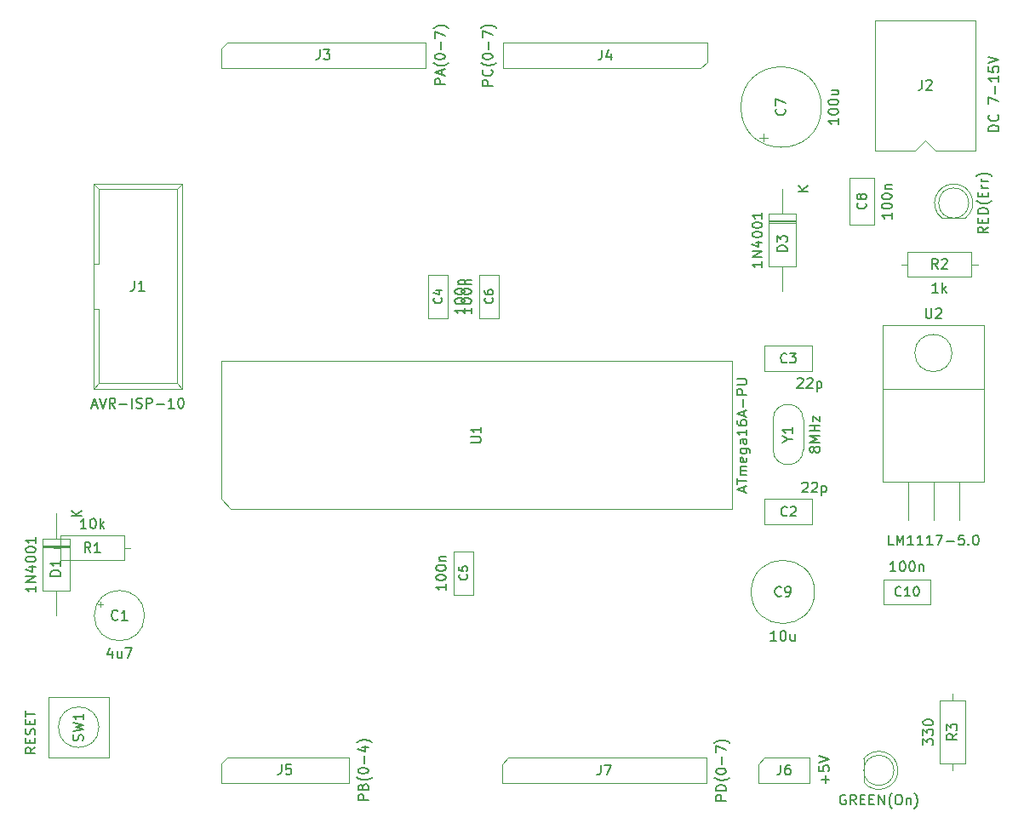
<source format=gbr>
G04 #@! TF.GenerationSoftware,KiCad,Pcbnew,5.1.4-3.fc30*
G04 #@! TF.CreationDate,2019-09-19T02:18:24+02:00*
G04 #@! TF.ProjectId,avr_dev_board_atmega16,6176725f-6465-4765-9f62-6f6172645f61,1_0*
G04 #@! TF.SameCoordinates,Original*
G04 #@! TF.FileFunction,Other,Fab,Top*
%FSLAX46Y46*%
G04 Gerber Fmt 4.6, Leading zero omitted, Abs format (unit mm)*
G04 Created by KiCad (PCBNEW 5.1.4-3.fc30) date 2019-09-19 02:18:24*
%MOMM*%
%LPD*%
G04 APERTURE LIST*
%ADD10C,0.100000*%
%ADD11C,0.150000*%
%ADD12C,0.141000*%
%ADD13C,0.129000*%
G04 APERTURE END LIST*
D10*
X135603000Y-93406000D02*
X135603000Y-97216000D01*
X133063000Y-93406000D02*
X133063000Y-97216000D01*
X130523000Y-93406000D02*
X130523000Y-97216000D01*
X138063000Y-93406000D02*
X128063000Y-93406000D01*
X138063000Y-84156000D02*
X138063000Y-93406000D01*
X128063000Y-84156000D02*
X138063000Y-84156000D01*
X128063000Y-93406000D02*
X128063000Y-84156000D01*
X138063000Y-84156000D02*
X128063000Y-84156000D01*
X138063000Y-77756000D02*
X138063000Y-84156000D01*
X128063000Y-77756000D02*
X138063000Y-77756000D01*
X128063000Y-84156000D02*
X128063000Y-77756000D01*
X134913000Y-80556000D02*
G75*
G03X134913000Y-80556000I-1850000J0D01*
G01*
X134948000Y-122075000D02*
X134948000Y-121415000D01*
X134948000Y-114455000D02*
X134948000Y-115115000D01*
X136198000Y-121415000D02*
X136198000Y-115115000D01*
X133698000Y-121415000D02*
X136198000Y-121415000D01*
X133698000Y-115115000D02*
X133698000Y-121415000D01*
X136198000Y-115115000D02*
X133698000Y-115115000D01*
X137472000Y-71737200D02*
X136812000Y-71737200D01*
X129852000Y-71737200D02*
X130512000Y-71737200D01*
X136812000Y-70487200D02*
X130512000Y-70487200D01*
X136812000Y-72987200D02*
X136812000Y-70487200D01*
X130512000Y-72987200D02*
X136812000Y-72987200D01*
X130512000Y-70487200D02*
X130512000Y-72987200D01*
X45593000Y-99936300D02*
X46253000Y-99936300D01*
X53213000Y-99936300D02*
X52553000Y-99936300D01*
X46253000Y-101186300D02*
X52553000Y-101186300D01*
X46253000Y-98686300D02*
X46253000Y-101186300D01*
X52553000Y-98686300D02*
X46253000Y-98686300D01*
X52553000Y-101186300D02*
X52553000Y-98686300D01*
X137265000Y-47436000D02*
X137265000Y-60436000D01*
X127265000Y-47436000D02*
X137265000Y-47436000D01*
X127265000Y-60436000D02*
X127265000Y-47436000D01*
X131265000Y-60436000D02*
X127265000Y-60436000D01*
X132265000Y-59436000D02*
X131265000Y-60436000D01*
X133265000Y-60436000D02*
X132265000Y-59436000D01*
X137265000Y-60436000D02*
X133265000Y-60436000D01*
X126138000Y-120908810D02*
X126138000Y-123241190D01*
X129138000Y-122075000D02*
G75*
G03X129138000Y-122075000I-1500000J0D01*
G01*
X126137445Y-123240476D02*
G75*
G03X126138000Y-120908810I1500555J1165476D01*
G01*
X119402000Y-67386400D02*
X116702000Y-67386400D01*
X119402000Y-67586400D02*
X116702000Y-67586400D01*
X119402000Y-67486400D02*
X116702000Y-67486400D01*
X118052000Y-74386400D02*
X118052000Y-71906400D01*
X118052000Y-64226400D02*
X118052000Y-66706400D01*
X119402000Y-71906400D02*
X119402000Y-66706400D01*
X116702000Y-71906400D02*
X119402000Y-71906400D01*
X116702000Y-66706400D02*
X116702000Y-71906400D01*
X119402000Y-66706400D02*
X116702000Y-66706400D01*
X133915810Y-67138700D02*
X136248190Y-67138700D01*
X136582000Y-65638700D02*
G75*
G03X136582000Y-65638700I-1500000J0D01*
G01*
X136247476Y-67139255D02*
G75*
G03X133915810Y-67138700I-1165476J1500555D01*
G01*
X128089000Y-105575000D02*
X132789000Y-105575000D01*
X128089000Y-103075000D02*
X128089000Y-105575000D01*
X132789000Y-103075000D02*
X128089000Y-103075000D01*
X132789000Y-105575000D02*
X132789000Y-103075000D01*
X121243000Y-104325000D02*
G75*
G03X121243000Y-104325000I-3150000J0D01*
G01*
X124714000Y-63130600D02*
X124714000Y-67830600D01*
X127214000Y-63130600D02*
X124714000Y-63130600D01*
X127214000Y-67830600D02*
X127214000Y-63130600D01*
X124714000Y-67830600D02*
X127214000Y-67830600D01*
X115772500Y-59119459D02*
X116572500Y-59119459D01*
X116172500Y-59519459D02*
X116172500Y-58719459D01*
X121920000Y-56092700D02*
G75*
G03X121920000Y-56092700I-4000000J0D01*
G01*
X120116000Y-87164600D02*
G75*
G03X117116000Y-87164600I-1500000J0D01*
G01*
X120116000Y-90164600D02*
G75*
G02X117116000Y-90164600I-1500000J0D01*
G01*
X120116000Y-87164600D02*
G75*
G03X117116000Y-87164600I-1500000J0D01*
G01*
X120116000Y-90164600D02*
G75*
G02X117116000Y-90164600I-1500000J0D01*
G01*
X120116000Y-90164600D02*
X120116000Y-87164600D01*
X117116000Y-90164600D02*
X117116000Y-87164600D01*
X120116000Y-90164600D02*
X120116000Y-87164600D01*
X117116000Y-90164600D02*
X117116000Y-87164600D01*
X120966000Y-79844600D02*
X116266000Y-79844600D01*
X120966000Y-82344600D02*
X120966000Y-79844600D01*
X116266000Y-82344600D02*
X120966000Y-82344600D01*
X116266000Y-79844600D02*
X116266000Y-82344600D01*
X120966000Y-95084600D02*
X116266000Y-95084600D01*
X120966000Y-97584600D02*
X120966000Y-95084600D01*
X116266000Y-97584600D02*
X120966000Y-97584600D01*
X116266000Y-95084600D02*
X116266000Y-97584600D01*
X49499200Y-84094000D02*
X50049200Y-83534000D01*
X49499200Y-63734000D02*
X50049200Y-64274000D01*
X58349200Y-84094000D02*
X57799200Y-83534000D01*
X58349200Y-63734000D02*
X57799200Y-64274000D01*
X57799200Y-83534000D02*
X50049200Y-83534000D01*
X58349200Y-84094000D02*
X49499200Y-84094000D01*
X57799200Y-64274000D02*
X50049200Y-64274000D01*
X58349200Y-63734000D02*
X49499200Y-63734000D01*
X50049200Y-76164000D02*
X49499200Y-76164000D01*
X50049200Y-71664000D02*
X49499200Y-71664000D01*
X50049200Y-76164000D02*
X50049200Y-83534000D01*
X50049200Y-64274000D02*
X50049200Y-71664000D01*
X49499200Y-63734000D02*
X49499200Y-84094000D01*
X57799200Y-64274000D02*
X57799200Y-83534000D01*
X58349200Y-63734000D02*
X58349200Y-84094000D01*
X120739000Y-123345000D02*
X115659000Y-123345000D01*
X120739000Y-120805000D02*
X120739000Y-123345000D01*
X116294000Y-120805000D02*
X120739000Y-120805000D01*
X115659000Y-121440000D02*
X116294000Y-120805000D01*
X115659000Y-123345000D02*
X115659000Y-121440000D01*
X110478900Y-123345000D02*
X90158900Y-123345000D01*
X110478900Y-120805000D02*
X110478900Y-123345000D01*
X90793900Y-120805000D02*
X110478900Y-120805000D01*
X90158900Y-121440000D02*
X90793900Y-120805000D01*
X90158900Y-123345000D02*
X90158900Y-121440000D01*
X90259000Y-49685400D02*
X110579000Y-49685400D01*
X90259000Y-52225400D02*
X90259000Y-49685400D01*
X109944000Y-52225400D02*
X90259000Y-52225400D01*
X110579000Y-51590400D02*
X109944000Y-52225400D01*
X110579000Y-49685400D02*
X110579000Y-51590400D01*
X82524600Y-52175400D02*
X62204600Y-52175400D01*
X82524600Y-49635400D02*
X82524600Y-52175400D01*
X62839600Y-49635400D02*
X82524600Y-49635400D01*
X62204600Y-50270400D02*
X62839600Y-49635400D01*
X62204600Y-52175400D02*
X62204600Y-50270400D01*
X74904600Y-123295000D02*
X62204600Y-123295000D01*
X74904600Y-120755000D02*
X74904600Y-123295000D01*
X62839600Y-120755000D02*
X74904600Y-120755000D01*
X62204600Y-121390000D02*
X62839600Y-120755000D01*
X62204600Y-123295000D02*
X62204600Y-121390000D01*
X50061764Y-117779000D02*
G75*
G03X50061764Y-117779000I-2015564J0D01*
G01*
X51046200Y-114779000D02*
X51046200Y-117779000D01*
X45046200Y-114779000D02*
X51046200Y-114779000D01*
X45046200Y-120779000D02*
X45046200Y-114779000D01*
X51046200Y-120779000D02*
X45046200Y-120779000D01*
X51046200Y-117779000D02*
X51046200Y-120779000D01*
X50217195Y-105342500D02*
X50217195Y-105842500D01*
X49967195Y-105592500D02*
X50467195Y-105592500D01*
X54600800Y-106680000D02*
G75*
G03X54600800Y-106680000I-2500000J0D01*
G01*
X82844600Y-72787000D02*
X82844600Y-77087000D01*
X84744600Y-72787000D02*
X82844600Y-72787000D01*
X84744600Y-77087000D02*
X84744600Y-72787000D01*
X82844600Y-77087000D02*
X84744600Y-77087000D01*
X87284600Y-104586800D02*
X87284600Y-100286800D01*
X85384600Y-104586800D02*
X87284600Y-104586800D01*
X85384600Y-100286800D02*
X85384600Y-104586800D01*
X87284600Y-100286800D02*
X85384600Y-100286800D01*
X89824600Y-77087000D02*
X89824600Y-72787000D01*
X87924600Y-77087000D02*
X89824600Y-77087000D01*
X87924600Y-72787000D02*
X87924600Y-77087000D01*
X89824600Y-72787000D02*
X87924600Y-72787000D01*
X47146200Y-99680000D02*
X44446200Y-99680000D01*
X47146200Y-99880000D02*
X44446200Y-99880000D01*
X47146200Y-99780000D02*
X44446200Y-99780000D01*
X45796200Y-106680000D02*
X45796200Y-104200000D01*
X45796200Y-96520000D02*
X45796200Y-99000000D01*
X47146200Y-104200000D02*
X47146200Y-99000000D01*
X44446200Y-104200000D02*
X47146200Y-104200000D01*
X44446200Y-99000000D02*
X44446200Y-104200000D01*
X47146200Y-99000000D02*
X44446200Y-99000000D01*
X63204600Y-96079600D02*
X62204600Y-95079600D01*
X113004600Y-96079600D02*
X63204600Y-96079600D01*
X113004600Y-81349600D02*
X113004600Y-96079600D01*
X62204600Y-81349600D02*
X113004600Y-81349600D01*
X62204600Y-95079600D02*
X62204600Y-81349600D01*
D11*
X129086809Y-99668380D02*
X128610619Y-99668380D01*
X128610619Y-98668380D01*
X129420142Y-99668380D02*
X129420142Y-98668380D01*
X129753476Y-99382666D01*
X130086809Y-98668380D01*
X130086809Y-99668380D01*
X131086809Y-99668380D02*
X130515380Y-99668380D01*
X130801095Y-99668380D02*
X130801095Y-98668380D01*
X130705857Y-98811238D01*
X130610619Y-98906476D01*
X130515380Y-98954095D01*
X132039190Y-99668380D02*
X131467761Y-99668380D01*
X131753476Y-99668380D02*
X131753476Y-98668380D01*
X131658238Y-98811238D01*
X131563000Y-98906476D01*
X131467761Y-98954095D01*
X132991571Y-99668380D02*
X132420142Y-99668380D01*
X132705857Y-99668380D02*
X132705857Y-98668380D01*
X132610619Y-98811238D01*
X132515380Y-98906476D01*
X132420142Y-98954095D01*
X133324904Y-98668380D02*
X133991571Y-98668380D01*
X133563000Y-99668380D01*
X134372523Y-99287428D02*
X135134428Y-99287428D01*
X136086809Y-98668380D02*
X135610619Y-98668380D01*
X135563000Y-99144571D01*
X135610619Y-99096952D01*
X135705857Y-99049333D01*
X135943952Y-99049333D01*
X136039190Y-99096952D01*
X136086809Y-99144571D01*
X136134428Y-99239809D01*
X136134428Y-99477904D01*
X136086809Y-99573142D01*
X136039190Y-99620761D01*
X135943952Y-99668380D01*
X135705857Y-99668380D01*
X135610619Y-99620761D01*
X135563000Y-99573142D01*
X136563000Y-99573142D02*
X136610619Y-99620761D01*
X136563000Y-99668380D01*
X136515380Y-99620761D01*
X136563000Y-99573142D01*
X136563000Y-99668380D01*
X137229666Y-98668380D02*
X137324904Y-98668380D01*
X137420142Y-98716000D01*
X137467761Y-98763619D01*
X137515380Y-98858857D01*
X137563000Y-99049333D01*
X137563000Y-99287428D01*
X137515380Y-99477904D01*
X137467761Y-99573142D01*
X137420142Y-99620761D01*
X137324904Y-99668380D01*
X137229666Y-99668380D01*
X137134428Y-99620761D01*
X137086809Y-99573142D01*
X137039190Y-99477904D01*
X136991571Y-99287428D01*
X136991571Y-99049333D01*
X137039190Y-98858857D01*
X137086809Y-98763619D01*
X137134428Y-98716000D01*
X137229666Y-98668380D01*
X132301095Y-76088380D02*
X132301095Y-76897904D01*
X132348714Y-76993142D01*
X132396333Y-77040761D01*
X132491571Y-77088380D01*
X132682047Y-77088380D01*
X132777285Y-77040761D01*
X132824904Y-76993142D01*
X132872523Y-76897904D01*
X132872523Y-76088380D01*
X133301095Y-76183619D02*
X133348714Y-76136000D01*
X133443952Y-76088380D01*
X133682047Y-76088380D01*
X133777285Y-76136000D01*
X133824904Y-76183619D01*
X133872523Y-76278857D01*
X133872523Y-76374095D01*
X133824904Y-76516952D01*
X133253476Y-77088380D01*
X133872523Y-77088380D01*
X132030380Y-119550714D02*
X132030380Y-118931666D01*
X132411333Y-119265000D01*
X132411333Y-119122142D01*
X132458952Y-119026904D01*
X132506571Y-118979285D01*
X132601809Y-118931666D01*
X132839904Y-118931666D01*
X132935142Y-118979285D01*
X132982761Y-119026904D01*
X133030380Y-119122142D01*
X133030380Y-119407857D01*
X132982761Y-119503095D01*
X132935142Y-119550714D01*
X132030380Y-118598333D02*
X132030380Y-117979285D01*
X132411333Y-118312619D01*
X132411333Y-118169761D01*
X132458952Y-118074523D01*
X132506571Y-118026904D01*
X132601809Y-117979285D01*
X132839904Y-117979285D01*
X132935142Y-118026904D01*
X132982761Y-118074523D01*
X133030380Y-118169761D01*
X133030380Y-118455476D01*
X132982761Y-118550714D01*
X132935142Y-118598333D01*
X132030380Y-117360238D02*
X132030380Y-117265000D01*
X132078000Y-117169761D01*
X132125619Y-117122142D01*
X132220857Y-117074523D01*
X132411333Y-117026904D01*
X132649428Y-117026904D01*
X132839904Y-117074523D01*
X132935142Y-117122142D01*
X132982761Y-117169761D01*
X133030380Y-117265000D01*
X133030380Y-117360238D01*
X132982761Y-117455476D01*
X132935142Y-117503095D01*
X132839904Y-117550714D01*
X132649428Y-117598333D01*
X132411333Y-117598333D01*
X132220857Y-117550714D01*
X132125619Y-117503095D01*
X132078000Y-117455476D01*
X132030380Y-117360238D01*
X135400380Y-118431666D02*
X134924190Y-118765000D01*
X135400380Y-119003095D02*
X134400380Y-119003095D01*
X134400380Y-118622142D01*
X134448000Y-118526904D01*
X134495619Y-118479285D01*
X134590857Y-118431666D01*
X134733714Y-118431666D01*
X134828952Y-118479285D01*
X134876571Y-118526904D01*
X134924190Y-118622142D01*
X134924190Y-119003095D01*
X134400380Y-118098333D02*
X134400380Y-117479285D01*
X134781333Y-117812619D01*
X134781333Y-117669761D01*
X134828952Y-117574523D01*
X134876571Y-117526904D01*
X134971809Y-117479285D01*
X135209904Y-117479285D01*
X135305142Y-117526904D01*
X135352761Y-117574523D01*
X135400380Y-117669761D01*
X135400380Y-117955476D01*
X135352761Y-118050714D01*
X135305142Y-118098333D01*
X133542952Y-74559580D02*
X132971523Y-74559580D01*
X133257238Y-74559580D02*
X133257238Y-73559580D01*
X133162000Y-73702438D01*
X133066761Y-73797676D01*
X132971523Y-73845295D01*
X133971523Y-74559580D02*
X133971523Y-73559580D01*
X134066761Y-74178628D02*
X134352476Y-74559580D01*
X134352476Y-73892914D02*
X133971523Y-74273866D01*
X133495333Y-72189580D02*
X133162000Y-71713390D01*
X132923904Y-72189580D02*
X132923904Y-71189580D01*
X133304857Y-71189580D01*
X133400095Y-71237200D01*
X133447714Y-71284819D01*
X133495333Y-71380057D01*
X133495333Y-71522914D01*
X133447714Y-71618152D01*
X133400095Y-71665771D01*
X133304857Y-71713390D01*
X132923904Y-71713390D01*
X133876285Y-71284819D02*
X133923904Y-71237200D01*
X134019142Y-71189580D01*
X134257238Y-71189580D01*
X134352476Y-71237200D01*
X134400095Y-71284819D01*
X134447714Y-71380057D01*
X134447714Y-71475295D01*
X134400095Y-71618152D01*
X133828666Y-72189580D01*
X134447714Y-72189580D01*
X48807761Y-98018680D02*
X48236333Y-98018680D01*
X48522047Y-98018680D02*
X48522047Y-97018680D01*
X48426809Y-97161538D01*
X48331571Y-97256776D01*
X48236333Y-97304395D01*
X49426809Y-97018680D02*
X49522047Y-97018680D01*
X49617285Y-97066300D01*
X49664904Y-97113919D01*
X49712523Y-97209157D01*
X49760142Y-97399633D01*
X49760142Y-97637728D01*
X49712523Y-97828204D01*
X49664904Y-97923442D01*
X49617285Y-97971061D01*
X49522047Y-98018680D01*
X49426809Y-98018680D01*
X49331571Y-97971061D01*
X49283952Y-97923442D01*
X49236333Y-97828204D01*
X49188714Y-97637728D01*
X49188714Y-97399633D01*
X49236333Y-97209157D01*
X49283952Y-97113919D01*
X49331571Y-97066300D01*
X49426809Y-97018680D01*
X50188714Y-98018680D02*
X50188714Y-97018680D01*
X50283952Y-97637728D02*
X50569666Y-98018680D01*
X50569666Y-97352014D02*
X50188714Y-97732966D01*
X49236333Y-100388680D02*
X48903000Y-99912490D01*
X48664904Y-100388680D02*
X48664904Y-99388680D01*
X49045857Y-99388680D01*
X49141095Y-99436300D01*
X49188714Y-99483919D01*
X49236333Y-99579157D01*
X49236333Y-99722014D01*
X49188714Y-99817252D01*
X49141095Y-99864871D01*
X49045857Y-99912490D01*
X48664904Y-99912490D01*
X50188714Y-100388680D02*
X49617285Y-100388680D01*
X49903000Y-100388680D02*
X49903000Y-99388680D01*
X49807761Y-99531538D01*
X49712523Y-99626776D01*
X49617285Y-99674395D01*
X139560140Y-58457647D02*
X138560140Y-58457647D01*
X138560140Y-58219552D01*
X138607760Y-58076695D01*
X138702998Y-57981457D01*
X138798236Y-57933838D01*
X138988712Y-57886219D01*
X139131569Y-57886219D01*
X139322045Y-57933838D01*
X139417283Y-57981457D01*
X139512521Y-58076695D01*
X139560140Y-58219552D01*
X139560140Y-58457647D01*
X139464902Y-56886219D02*
X139512521Y-56933838D01*
X139560140Y-57076695D01*
X139560140Y-57171933D01*
X139512521Y-57314790D01*
X139417283Y-57410028D01*
X139322045Y-57457647D01*
X139131569Y-57505266D01*
X138988712Y-57505266D01*
X138798236Y-57457647D01*
X138702998Y-57410028D01*
X138607760Y-57314790D01*
X138560140Y-57171933D01*
X138560140Y-57076695D01*
X138607760Y-56933838D01*
X138655379Y-56886219D01*
X138560140Y-55790980D02*
X138560140Y-55124314D01*
X139560140Y-55552885D01*
X139179188Y-54743361D02*
X139179188Y-53981457D01*
X139560140Y-52981457D02*
X139560140Y-53552885D01*
X139560140Y-53267171D02*
X138560140Y-53267171D01*
X138702998Y-53362409D01*
X138798236Y-53457647D01*
X138845855Y-53552885D01*
X138560140Y-52076695D02*
X138560140Y-52552885D01*
X139036331Y-52600504D01*
X138988712Y-52552885D01*
X138941093Y-52457647D01*
X138941093Y-52219552D01*
X138988712Y-52124314D01*
X139036331Y-52076695D01*
X139131569Y-52029076D01*
X139369664Y-52029076D01*
X139464902Y-52076695D01*
X139512521Y-52124314D01*
X139560140Y-52219552D01*
X139560140Y-52457647D01*
X139512521Y-52552885D01*
X139464902Y-52600504D01*
X138560140Y-51743361D02*
X139560140Y-51410028D01*
X138560140Y-51076695D01*
X131931666Y-53388380D02*
X131931666Y-54102666D01*
X131884047Y-54245523D01*
X131788809Y-54340761D01*
X131645952Y-54388380D01*
X131550714Y-54388380D01*
X132360238Y-53483619D02*
X132407857Y-53436000D01*
X132503095Y-53388380D01*
X132741190Y-53388380D01*
X132836428Y-53436000D01*
X132884047Y-53483619D01*
X132931666Y-53578857D01*
X132931666Y-53674095D01*
X132884047Y-53816952D01*
X132312619Y-54388380D01*
X132931666Y-54388380D01*
X124328476Y-124535000D02*
X124233238Y-124487380D01*
X124090380Y-124487380D01*
X123947523Y-124535000D01*
X123852285Y-124630238D01*
X123804666Y-124725476D01*
X123757047Y-124915952D01*
X123757047Y-125058809D01*
X123804666Y-125249285D01*
X123852285Y-125344523D01*
X123947523Y-125439761D01*
X124090380Y-125487380D01*
X124185619Y-125487380D01*
X124328476Y-125439761D01*
X124376095Y-125392142D01*
X124376095Y-125058809D01*
X124185619Y-125058809D01*
X125376095Y-125487380D02*
X125042761Y-125011190D01*
X124804666Y-125487380D02*
X124804666Y-124487380D01*
X125185619Y-124487380D01*
X125280857Y-124535000D01*
X125328476Y-124582619D01*
X125376095Y-124677857D01*
X125376095Y-124820714D01*
X125328476Y-124915952D01*
X125280857Y-124963571D01*
X125185619Y-125011190D01*
X124804666Y-125011190D01*
X125804666Y-124963571D02*
X126138000Y-124963571D01*
X126280857Y-125487380D02*
X125804666Y-125487380D01*
X125804666Y-124487380D01*
X126280857Y-124487380D01*
X126709428Y-124963571D02*
X127042761Y-124963571D01*
X127185619Y-125487380D02*
X126709428Y-125487380D01*
X126709428Y-124487380D01*
X127185619Y-124487380D01*
X127614190Y-125487380D02*
X127614190Y-124487380D01*
X128185619Y-125487380D01*
X128185619Y-124487380D01*
X128947523Y-125868333D02*
X128899904Y-125820714D01*
X128804666Y-125677857D01*
X128757047Y-125582619D01*
X128709428Y-125439761D01*
X128661809Y-125201666D01*
X128661809Y-125011190D01*
X128709428Y-124773095D01*
X128757047Y-124630238D01*
X128804666Y-124535000D01*
X128899904Y-124392142D01*
X128947523Y-124344523D01*
X129518952Y-124487380D02*
X129709428Y-124487380D01*
X129804666Y-124535000D01*
X129899904Y-124630238D01*
X129947523Y-124820714D01*
X129947523Y-125154047D01*
X129899904Y-125344523D01*
X129804666Y-125439761D01*
X129709428Y-125487380D01*
X129518952Y-125487380D01*
X129423714Y-125439761D01*
X129328476Y-125344523D01*
X129280857Y-125154047D01*
X129280857Y-124820714D01*
X129328476Y-124630238D01*
X129423714Y-124535000D01*
X129518952Y-124487380D01*
X130376095Y-124820714D02*
X130376095Y-125487380D01*
X130376095Y-124915952D02*
X130423714Y-124868333D01*
X130518952Y-124820714D01*
X130661809Y-124820714D01*
X130757047Y-124868333D01*
X130804666Y-124963571D01*
X130804666Y-125487380D01*
X131185619Y-125868333D02*
X131233238Y-125820714D01*
X131328476Y-125677857D01*
X131376095Y-125582619D01*
X131423714Y-125439761D01*
X131471333Y-125201666D01*
X131471333Y-125011190D01*
X131423714Y-124773095D01*
X131376095Y-124630238D01*
X131328476Y-124535000D01*
X131233238Y-124392142D01*
X131185619Y-124344523D01*
X116034380Y-71449257D02*
X116034380Y-72020685D01*
X116034380Y-71734971D02*
X115034380Y-71734971D01*
X115177238Y-71830209D01*
X115272476Y-71925447D01*
X115320095Y-72020685D01*
X116034380Y-71020685D02*
X115034380Y-71020685D01*
X116034380Y-70449257D01*
X115034380Y-70449257D01*
X115367714Y-69544495D02*
X116034380Y-69544495D01*
X114986761Y-69782590D02*
X115701047Y-70020685D01*
X115701047Y-69401638D01*
X115034380Y-68830209D02*
X115034380Y-68734971D01*
X115082000Y-68639733D01*
X115129619Y-68592114D01*
X115224857Y-68544495D01*
X115415333Y-68496876D01*
X115653428Y-68496876D01*
X115843904Y-68544495D01*
X115939142Y-68592114D01*
X115986761Y-68639733D01*
X116034380Y-68734971D01*
X116034380Y-68830209D01*
X115986761Y-68925447D01*
X115939142Y-68973066D01*
X115843904Y-69020685D01*
X115653428Y-69068304D01*
X115415333Y-69068304D01*
X115224857Y-69020685D01*
X115129619Y-68973066D01*
X115082000Y-68925447D01*
X115034380Y-68830209D01*
X115034380Y-67877828D02*
X115034380Y-67782590D01*
X115082000Y-67687352D01*
X115129619Y-67639733D01*
X115224857Y-67592114D01*
X115415333Y-67544495D01*
X115653428Y-67544495D01*
X115843904Y-67592114D01*
X115939142Y-67639733D01*
X115986761Y-67687352D01*
X116034380Y-67782590D01*
X116034380Y-67877828D01*
X115986761Y-67973066D01*
X115939142Y-68020685D01*
X115843904Y-68068304D01*
X115653428Y-68115923D01*
X115415333Y-68115923D01*
X115224857Y-68068304D01*
X115129619Y-68020685D01*
X115082000Y-67973066D01*
X115034380Y-67877828D01*
X116034380Y-66592114D02*
X116034380Y-67163542D01*
X116034380Y-66877828D02*
X115034380Y-66877828D01*
X115177238Y-66973066D01*
X115272476Y-67068304D01*
X115320095Y-67163542D01*
X120604380Y-64488304D02*
X119604380Y-64488304D01*
X120604380Y-63916876D02*
X120032952Y-64345447D01*
X119604380Y-63916876D02*
X120175809Y-64488304D01*
X118504380Y-70434495D02*
X117504380Y-70434495D01*
X117504380Y-70196400D01*
X117552000Y-70053542D01*
X117647238Y-69958304D01*
X117742476Y-69910685D01*
X117932952Y-69863066D01*
X118075809Y-69863066D01*
X118266285Y-69910685D01*
X118361523Y-69958304D01*
X118456761Y-70053542D01*
X118504380Y-70196400D01*
X118504380Y-70434495D01*
X117504380Y-69529733D02*
X117504380Y-68910685D01*
X117885333Y-69244019D01*
X117885333Y-69101161D01*
X117932952Y-69005923D01*
X117980571Y-68958304D01*
X118075809Y-68910685D01*
X118313904Y-68910685D01*
X118409142Y-68958304D01*
X118456761Y-69005923D01*
X118504380Y-69101161D01*
X118504380Y-69386876D01*
X118456761Y-69482114D01*
X118409142Y-69529733D01*
X138494380Y-68019652D02*
X138018190Y-68352985D01*
X138494380Y-68591080D02*
X137494380Y-68591080D01*
X137494380Y-68210128D01*
X137542000Y-68114890D01*
X137589619Y-68067271D01*
X137684857Y-68019652D01*
X137827714Y-68019652D01*
X137922952Y-68067271D01*
X137970571Y-68114890D01*
X138018190Y-68210128D01*
X138018190Y-68591080D01*
X137970571Y-67591080D02*
X137970571Y-67257747D01*
X138494380Y-67114890D02*
X138494380Y-67591080D01*
X137494380Y-67591080D01*
X137494380Y-67114890D01*
X138494380Y-66686319D02*
X137494380Y-66686319D01*
X137494380Y-66448223D01*
X137542000Y-66305366D01*
X137637238Y-66210128D01*
X137732476Y-66162509D01*
X137922952Y-66114890D01*
X138065809Y-66114890D01*
X138256285Y-66162509D01*
X138351523Y-66210128D01*
X138446761Y-66305366D01*
X138494380Y-66448223D01*
X138494380Y-66686319D01*
X138875333Y-65400604D02*
X138827714Y-65448223D01*
X138684857Y-65543461D01*
X138589619Y-65591080D01*
X138446761Y-65638700D01*
X138208666Y-65686319D01*
X138018190Y-65686319D01*
X137780095Y-65638700D01*
X137637238Y-65591080D01*
X137542000Y-65543461D01*
X137399142Y-65448223D01*
X137351523Y-65400604D01*
X137970571Y-65019652D02*
X137970571Y-64686319D01*
X138494380Y-64543461D02*
X138494380Y-65019652D01*
X137494380Y-65019652D01*
X137494380Y-64543461D01*
X138494380Y-64114890D02*
X137827714Y-64114890D01*
X138018190Y-64114890D02*
X137922952Y-64067271D01*
X137875333Y-64019652D01*
X137827714Y-63924414D01*
X137827714Y-63829176D01*
X138494380Y-63495842D02*
X137827714Y-63495842D01*
X138018190Y-63495842D02*
X137922952Y-63448223D01*
X137875333Y-63400604D01*
X137827714Y-63305366D01*
X137827714Y-63210128D01*
X138875333Y-62972033D02*
X138827714Y-62924414D01*
X138684857Y-62829176D01*
X138589619Y-62781557D01*
X138446761Y-62733938D01*
X138208666Y-62686319D01*
X138018190Y-62686319D01*
X137780095Y-62733938D01*
X137637238Y-62781557D01*
X137542000Y-62829176D01*
X137399142Y-62924414D01*
X137351523Y-62972033D01*
X129319952Y-102277380D02*
X128748523Y-102277380D01*
X129034238Y-102277380D02*
X129034238Y-101277380D01*
X128939000Y-101420238D01*
X128843761Y-101515476D01*
X128748523Y-101563095D01*
X129939000Y-101277380D02*
X130034238Y-101277380D01*
X130129476Y-101325000D01*
X130177095Y-101372619D01*
X130224714Y-101467857D01*
X130272333Y-101658333D01*
X130272333Y-101896428D01*
X130224714Y-102086904D01*
X130177095Y-102182142D01*
X130129476Y-102229761D01*
X130034238Y-102277380D01*
X129939000Y-102277380D01*
X129843761Y-102229761D01*
X129796142Y-102182142D01*
X129748523Y-102086904D01*
X129700904Y-101896428D01*
X129700904Y-101658333D01*
X129748523Y-101467857D01*
X129796142Y-101372619D01*
X129843761Y-101325000D01*
X129939000Y-101277380D01*
X130891380Y-101277380D02*
X130986619Y-101277380D01*
X131081857Y-101325000D01*
X131129476Y-101372619D01*
X131177095Y-101467857D01*
X131224714Y-101658333D01*
X131224714Y-101896428D01*
X131177095Y-102086904D01*
X131129476Y-102182142D01*
X131081857Y-102229761D01*
X130986619Y-102277380D01*
X130891380Y-102277380D01*
X130796142Y-102229761D01*
X130748523Y-102182142D01*
X130700904Y-102086904D01*
X130653285Y-101896428D01*
X130653285Y-101658333D01*
X130700904Y-101467857D01*
X130748523Y-101372619D01*
X130796142Y-101325000D01*
X130891380Y-101277380D01*
X131653285Y-101610714D02*
X131653285Y-102277380D01*
X131653285Y-101705952D02*
X131700904Y-101658333D01*
X131796142Y-101610714D01*
X131939000Y-101610714D01*
X132034238Y-101658333D01*
X132081857Y-101753571D01*
X132081857Y-102277380D01*
D12*
X129834714Y-104660714D02*
X129789952Y-104705476D01*
X129655666Y-104750238D01*
X129566142Y-104750238D01*
X129431857Y-104705476D01*
X129342333Y-104615952D01*
X129297571Y-104526428D01*
X129252809Y-104347380D01*
X129252809Y-104213095D01*
X129297571Y-104034047D01*
X129342333Y-103944523D01*
X129431857Y-103855000D01*
X129566142Y-103810238D01*
X129655666Y-103810238D01*
X129789952Y-103855000D01*
X129834714Y-103899761D01*
X130729952Y-104750238D02*
X130192809Y-104750238D01*
X130461380Y-104750238D02*
X130461380Y-103810238D01*
X130371857Y-103944523D01*
X130282333Y-104034047D01*
X130192809Y-104078809D01*
X131311857Y-103810238D02*
X131401380Y-103810238D01*
X131490904Y-103855000D01*
X131535666Y-103899761D01*
X131580428Y-103989285D01*
X131625190Y-104168333D01*
X131625190Y-104392142D01*
X131580428Y-104571190D01*
X131535666Y-104660714D01*
X131490904Y-104705476D01*
X131401380Y-104750238D01*
X131311857Y-104750238D01*
X131222333Y-104705476D01*
X131177571Y-104660714D01*
X131132809Y-104571190D01*
X131088047Y-104392142D01*
X131088047Y-104168333D01*
X131132809Y-103989285D01*
X131177571Y-103899761D01*
X131222333Y-103855000D01*
X131311857Y-103810238D01*
D11*
X117450142Y-109177380D02*
X116878714Y-109177380D01*
X117164428Y-109177380D02*
X117164428Y-108177380D01*
X117069190Y-108320238D01*
X116973952Y-108415476D01*
X116878714Y-108463095D01*
X118069190Y-108177380D02*
X118164428Y-108177380D01*
X118259666Y-108225000D01*
X118307285Y-108272619D01*
X118354904Y-108367857D01*
X118402523Y-108558333D01*
X118402523Y-108796428D01*
X118354904Y-108986904D01*
X118307285Y-109082142D01*
X118259666Y-109129761D01*
X118164428Y-109177380D01*
X118069190Y-109177380D01*
X117973952Y-109129761D01*
X117926333Y-109082142D01*
X117878714Y-108986904D01*
X117831095Y-108796428D01*
X117831095Y-108558333D01*
X117878714Y-108367857D01*
X117926333Y-108272619D01*
X117973952Y-108225000D01*
X118069190Y-108177380D01*
X119259666Y-108510714D02*
X119259666Y-109177380D01*
X118831095Y-108510714D02*
X118831095Y-109034523D01*
X118878714Y-109129761D01*
X118973952Y-109177380D01*
X119116809Y-109177380D01*
X119212047Y-109129761D01*
X119259666Y-109082142D01*
X117926333Y-104682142D02*
X117878714Y-104729761D01*
X117735857Y-104777380D01*
X117640619Y-104777380D01*
X117497761Y-104729761D01*
X117402523Y-104634523D01*
X117354904Y-104539285D01*
X117307285Y-104348809D01*
X117307285Y-104205952D01*
X117354904Y-104015476D01*
X117402523Y-103920238D01*
X117497761Y-103825000D01*
X117640619Y-103777380D01*
X117735857Y-103777380D01*
X117878714Y-103825000D01*
X117926333Y-103872619D01*
X118402523Y-104777380D02*
X118593000Y-104777380D01*
X118688238Y-104729761D01*
X118735857Y-104682142D01*
X118831095Y-104539285D01*
X118878714Y-104348809D01*
X118878714Y-103967857D01*
X118831095Y-103872619D01*
X118783476Y-103825000D01*
X118688238Y-103777380D01*
X118497761Y-103777380D01*
X118402523Y-103825000D01*
X118354904Y-103872619D01*
X118307285Y-103967857D01*
X118307285Y-104205952D01*
X118354904Y-104301190D01*
X118402523Y-104348809D01*
X118497761Y-104396428D01*
X118688238Y-104396428D01*
X118783476Y-104348809D01*
X118831095Y-104301190D01*
X118878714Y-104205952D01*
X128916380Y-66599647D02*
X128916380Y-67171076D01*
X128916380Y-66885361D02*
X127916380Y-66885361D01*
X128059238Y-66980600D01*
X128154476Y-67075838D01*
X128202095Y-67171076D01*
X127916380Y-65980600D02*
X127916380Y-65885361D01*
X127964000Y-65790123D01*
X128011619Y-65742504D01*
X128106857Y-65694885D01*
X128297333Y-65647266D01*
X128535428Y-65647266D01*
X128725904Y-65694885D01*
X128821142Y-65742504D01*
X128868761Y-65790123D01*
X128916380Y-65885361D01*
X128916380Y-65980600D01*
X128868761Y-66075838D01*
X128821142Y-66123457D01*
X128725904Y-66171076D01*
X128535428Y-66218695D01*
X128297333Y-66218695D01*
X128106857Y-66171076D01*
X128011619Y-66123457D01*
X127964000Y-66075838D01*
X127916380Y-65980600D01*
X127916380Y-65028219D02*
X127916380Y-64932980D01*
X127964000Y-64837742D01*
X128011619Y-64790123D01*
X128106857Y-64742504D01*
X128297333Y-64694885D01*
X128535428Y-64694885D01*
X128725904Y-64742504D01*
X128821142Y-64790123D01*
X128868761Y-64837742D01*
X128916380Y-64932980D01*
X128916380Y-65028219D01*
X128868761Y-65123457D01*
X128821142Y-65171076D01*
X128725904Y-65218695D01*
X128535428Y-65266314D01*
X128297333Y-65266314D01*
X128106857Y-65218695D01*
X128011619Y-65171076D01*
X127964000Y-65123457D01*
X127916380Y-65028219D01*
X128249714Y-64266314D02*
X128916380Y-64266314D01*
X128344952Y-64266314D02*
X128297333Y-64218695D01*
X128249714Y-64123457D01*
X128249714Y-63980600D01*
X128297333Y-63885361D01*
X128392571Y-63837742D01*
X128916380Y-63837742D01*
D12*
X126299714Y-65637266D02*
X126344476Y-65682028D01*
X126389238Y-65816314D01*
X126389238Y-65905838D01*
X126344476Y-66040123D01*
X126254952Y-66129647D01*
X126165428Y-66174409D01*
X125986380Y-66219171D01*
X125852095Y-66219171D01*
X125673047Y-66174409D01*
X125583523Y-66129647D01*
X125494000Y-66040123D01*
X125449238Y-65905838D01*
X125449238Y-65816314D01*
X125494000Y-65682028D01*
X125538761Y-65637266D01*
X125852095Y-65100123D02*
X125807333Y-65189647D01*
X125762571Y-65234409D01*
X125673047Y-65279171D01*
X125628285Y-65279171D01*
X125538761Y-65234409D01*
X125494000Y-65189647D01*
X125449238Y-65100123D01*
X125449238Y-64921076D01*
X125494000Y-64831552D01*
X125538761Y-64786790D01*
X125628285Y-64742028D01*
X125673047Y-64742028D01*
X125762571Y-64786790D01*
X125807333Y-64831552D01*
X125852095Y-64921076D01*
X125852095Y-65100123D01*
X125896857Y-65189647D01*
X125941619Y-65234409D01*
X126031142Y-65279171D01*
X126210190Y-65279171D01*
X126299714Y-65234409D01*
X126344476Y-65189647D01*
X126389238Y-65100123D01*
X126389238Y-64921076D01*
X126344476Y-64831552D01*
X126299714Y-64786790D01*
X126210190Y-64742028D01*
X126031142Y-64742028D01*
X125941619Y-64786790D01*
X125896857Y-64831552D01*
X125852095Y-64921076D01*
D11*
X123622380Y-57211747D02*
X123622380Y-57783176D01*
X123622380Y-57497461D02*
X122622380Y-57497461D01*
X122765238Y-57592700D01*
X122860476Y-57687938D01*
X122908095Y-57783176D01*
X122622380Y-56592700D02*
X122622380Y-56497461D01*
X122670000Y-56402223D01*
X122717619Y-56354604D01*
X122812857Y-56306985D01*
X123003333Y-56259366D01*
X123241428Y-56259366D01*
X123431904Y-56306985D01*
X123527142Y-56354604D01*
X123574761Y-56402223D01*
X123622380Y-56497461D01*
X123622380Y-56592700D01*
X123574761Y-56687938D01*
X123527142Y-56735557D01*
X123431904Y-56783176D01*
X123241428Y-56830795D01*
X123003333Y-56830795D01*
X122812857Y-56783176D01*
X122717619Y-56735557D01*
X122670000Y-56687938D01*
X122622380Y-56592700D01*
X122622380Y-55640319D02*
X122622380Y-55545080D01*
X122670000Y-55449842D01*
X122717619Y-55402223D01*
X122812857Y-55354604D01*
X123003333Y-55306985D01*
X123241428Y-55306985D01*
X123431904Y-55354604D01*
X123527142Y-55402223D01*
X123574761Y-55449842D01*
X123622380Y-55545080D01*
X123622380Y-55640319D01*
X123574761Y-55735557D01*
X123527142Y-55783176D01*
X123431904Y-55830795D01*
X123241428Y-55878414D01*
X123003333Y-55878414D01*
X122812857Y-55830795D01*
X122717619Y-55783176D01*
X122670000Y-55735557D01*
X122622380Y-55640319D01*
X122955714Y-54449842D02*
X123622380Y-54449842D01*
X122955714Y-54878414D02*
X123479523Y-54878414D01*
X123574761Y-54830795D01*
X123622380Y-54735557D01*
X123622380Y-54592700D01*
X123574761Y-54497461D01*
X123527142Y-54449842D01*
X118277142Y-56259366D02*
X118324761Y-56306985D01*
X118372380Y-56449842D01*
X118372380Y-56545080D01*
X118324761Y-56687938D01*
X118229523Y-56783176D01*
X118134285Y-56830795D01*
X117943809Y-56878414D01*
X117800952Y-56878414D01*
X117610476Y-56830795D01*
X117515238Y-56783176D01*
X117420000Y-56687938D01*
X117372380Y-56545080D01*
X117372380Y-56449842D01*
X117420000Y-56306985D01*
X117467619Y-56259366D01*
X117372380Y-55926033D02*
X117372380Y-55259366D01*
X118372380Y-55687938D01*
X121196952Y-90259838D02*
X121149333Y-90355076D01*
X121101714Y-90402695D01*
X121006476Y-90450314D01*
X120958857Y-90450314D01*
X120863619Y-90402695D01*
X120816000Y-90355076D01*
X120768380Y-90259838D01*
X120768380Y-90069361D01*
X120816000Y-89974123D01*
X120863619Y-89926504D01*
X120958857Y-89878885D01*
X121006476Y-89878885D01*
X121101714Y-89926504D01*
X121149333Y-89974123D01*
X121196952Y-90069361D01*
X121196952Y-90259838D01*
X121244571Y-90355076D01*
X121292190Y-90402695D01*
X121387428Y-90450314D01*
X121577904Y-90450314D01*
X121673142Y-90402695D01*
X121720761Y-90355076D01*
X121768380Y-90259838D01*
X121768380Y-90069361D01*
X121720761Y-89974123D01*
X121673142Y-89926504D01*
X121577904Y-89878885D01*
X121387428Y-89878885D01*
X121292190Y-89926504D01*
X121244571Y-89974123D01*
X121196952Y-90069361D01*
X121768380Y-89450314D02*
X120768380Y-89450314D01*
X121482666Y-89116980D01*
X120768380Y-88783647D01*
X121768380Y-88783647D01*
X121768380Y-88307457D02*
X120768380Y-88307457D01*
X121244571Y-88307457D02*
X121244571Y-87736028D01*
X121768380Y-87736028D02*
X120768380Y-87736028D01*
X121101714Y-87355076D02*
X121101714Y-86831266D01*
X121768380Y-87355076D01*
X121768380Y-86831266D01*
X118592190Y-89140790D02*
X119068380Y-89140790D01*
X118068380Y-89474123D02*
X118592190Y-89140790D01*
X118068380Y-88807457D01*
X119068380Y-87950314D02*
X119068380Y-88521742D01*
X119068380Y-88236028D02*
X118068380Y-88236028D01*
X118211238Y-88331266D01*
X118306476Y-88426504D01*
X118354095Y-88521742D01*
X119537214Y-83131419D02*
X119584833Y-83083800D01*
X119680071Y-83036180D01*
X119918166Y-83036180D01*
X120013404Y-83083800D01*
X120061023Y-83131419D01*
X120108642Y-83226657D01*
X120108642Y-83321895D01*
X120061023Y-83464752D01*
X119489595Y-84036180D01*
X120108642Y-84036180D01*
X120489595Y-83131419D02*
X120537214Y-83083800D01*
X120632452Y-83036180D01*
X120870547Y-83036180D01*
X120965785Y-83083800D01*
X121013404Y-83131419D01*
X121061023Y-83226657D01*
X121061023Y-83321895D01*
X121013404Y-83464752D01*
X120441976Y-84036180D01*
X121061023Y-84036180D01*
X121489595Y-83369514D02*
X121489595Y-84369514D01*
X121489595Y-83417133D02*
X121584833Y-83369514D01*
X121775309Y-83369514D01*
X121870547Y-83417133D01*
X121918166Y-83464752D01*
X121965785Y-83559990D01*
X121965785Y-83845704D01*
X121918166Y-83940942D01*
X121870547Y-83988561D01*
X121775309Y-84036180D01*
X121584833Y-84036180D01*
X121489595Y-83988561D01*
D12*
X118459333Y-81430314D02*
X118414571Y-81475076D01*
X118280285Y-81519838D01*
X118190761Y-81519838D01*
X118056476Y-81475076D01*
X117966952Y-81385552D01*
X117922190Y-81296028D01*
X117877428Y-81116980D01*
X117877428Y-80982695D01*
X117922190Y-80803647D01*
X117966952Y-80714123D01*
X118056476Y-80624600D01*
X118190761Y-80579838D01*
X118280285Y-80579838D01*
X118414571Y-80624600D01*
X118459333Y-80669361D01*
X118772666Y-80579838D02*
X119354571Y-80579838D01*
X119041238Y-80937933D01*
X119175523Y-80937933D01*
X119265047Y-80982695D01*
X119309809Y-81027457D01*
X119354571Y-81116980D01*
X119354571Y-81340790D01*
X119309809Y-81430314D01*
X119265047Y-81475076D01*
X119175523Y-81519838D01*
X118906952Y-81519838D01*
X118817428Y-81475076D01*
X118772666Y-81430314D01*
D11*
X120007114Y-93507319D02*
X120054733Y-93459700D01*
X120149971Y-93412080D01*
X120388066Y-93412080D01*
X120483304Y-93459700D01*
X120530923Y-93507319D01*
X120578542Y-93602557D01*
X120578542Y-93697795D01*
X120530923Y-93840652D01*
X119959495Y-94412080D01*
X120578542Y-94412080D01*
X120959495Y-93507319D02*
X121007114Y-93459700D01*
X121102352Y-93412080D01*
X121340447Y-93412080D01*
X121435685Y-93459700D01*
X121483304Y-93507319D01*
X121530923Y-93602557D01*
X121530923Y-93697795D01*
X121483304Y-93840652D01*
X120911876Y-94412080D01*
X121530923Y-94412080D01*
X121959495Y-93745414D02*
X121959495Y-94745414D01*
X121959495Y-93793033D02*
X122054733Y-93745414D01*
X122245209Y-93745414D01*
X122340447Y-93793033D01*
X122388066Y-93840652D01*
X122435685Y-93935890D01*
X122435685Y-94221604D01*
X122388066Y-94316842D01*
X122340447Y-94364461D01*
X122245209Y-94412080D01*
X122054733Y-94412080D01*
X121959495Y-94364461D01*
D12*
X118499933Y-96690614D02*
X118455171Y-96735376D01*
X118320885Y-96780138D01*
X118231361Y-96780138D01*
X118097076Y-96735376D01*
X118007552Y-96645852D01*
X117962790Y-96556328D01*
X117918028Y-96377280D01*
X117918028Y-96242995D01*
X117962790Y-96063947D01*
X118007552Y-95974423D01*
X118097076Y-95884900D01*
X118231361Y-95840138D01*
X118320885Y-95840138D01*
X118455171Y-95884900D01*
X118499933Y-95929661D01*
X118858028Y-95929661D02*
X118902790Y-95884900D01*
X118992314Y-95840138D01*
X119216123Y-95840138D01*
X119305647Y-95884900D01*
X119350409Y-95929661D01*
X119395171Y-96019185D01*
X119395171Y-96108709D01*
X119350409Y-96242995D01*
X118813266Y-96780138D01*
X119395171Y-96780138D01*
D11*
X49352771Y-85764666D02*
X49828961Y-85764666D01*
X49257533Y-86050380D02*
X49590866Y-85050380D01*
X49924200Y-86050380D01*
X50114676Y-85050380D02*
X50448009Y-86050380D01*
X50781342Y-85050380D01*
X51686104Y-86050380D02*
X51352771Y-85574190D01*
X51114676Y-86050380D02*
X51114676Y-85050380D01*
X51495628Y-85050380D01*
X51590866Y-85098000D01*
X51638485Y-85145619D01*
X51686104Y-85240857D01*
X51686104Y-85383714D01*
X51638485Y-85478952D01*
X51590866Y-85526571D01*
X51495628Y-85574190D01*
X51114676Y-85574190D01*
X52114676Y-85669428D02*
X52876580Y-85669428D01*
X53352771Y-86050380D02*
X53352771Y-85050380D01*
X53781342Y-86002761D02*
X53924200Y-86050380D01*
X54162295Y-86050380D01*
X54257533Y-86002761D01*
X54305152Y-85955142D01*
X54352771Y-85859904D01*
X54352771Y-85764666D01*
X54305152Y-85669428D01*
X54257533Y-85621809D01*
X54162295Y-85574190D01*
X53971819Y-85526571D01*
X53876580Y-85478952D01*
X53828961Y-85431333D01*
X53781342Y-85336095D01*
X53781342Y-85240857D01*
X53828961Y-85145619D01*
X53876580Y-85098000D01*
X53971819Y-85050380D01*
X54209914Y-85050380D01*
X54352771Y-85098000D01*
X54781342Y-86050380D02*
X54781342Y-85050380D01*
X55162295Y-85050380D01*
X55257533Y-85098000D01*
X55305152Y-85145619D01*
X55352771Y-85240857D01*
X55352771Y-85383714D01*
X55305152Y-85478952D01*
X55257533Y-85526571D01*
X55162295Y-85574190D01*
X54781342Y-85574190D01*
X55781342Y-85669428D02*
X56543247Y-85669428D01*
X57543247Y-86050380D02*
X56971819Y-86050380D01*
X57257533Y-86050380D02*
X57257533Y-85050380D01*
X57162295Y-85193238D01*
X57067057Y-85288476D01*
X56971819Y-85336095D01*
X58162295Y-85050380D02*
X58257533Y-85050380D01*
X58352771Y-85098000D01*
X58400390Y-85145619D01*
X58448009Y-85240857D01*
X58495628Y-85431333D01*
X58495628Y-85669428D01*
X58448009Y-85859904D01*
X58400390Y-85955142D01*
X58352771Y-86002761D01*
X58257533Y-86050380D01*
X58162295Y-86050380D01*
X58067057Y-86002761D01*
X58019438Y-85955142D01*
X57971819Y-85859904D01*
X57924200Y-85669428D01*
X57924200Y-85431333D01*
X57971819Y-85240857D01*
X58019438Y-85145619D01*
X58067057Y-85098000D01*
X58162295Y-85050380D01*
X53590866Y-73366380D02*
X53590866Y-74080666D01*
X53543247Y-74223523D01*
X53448009Y-74318761D01*
X53305152Y-74366380D01*
X53209914Y-74366380D01*
X54590866Y-74366380D02*
X54019438Y-74366380D01*
X54305152Y-74366380D02*
X54305152Y-73366380D01*
X54209914Y-73509238D01*
X54114676Y-73604476D01*
X54019438Y-73652095D01*
X122310428Y-123360714D02*
X122310428Y-122598809D01*
X122691380Y-122979761D02*
X121929476Y-122979761D01*
X121691380Y-121646428D02*
X121691380Y-122122619D01*
X122167571Y-122170238D01*
X122119952Y-122122619D01*
X122072333Y-122027380D01*
X122072333Y-121789285D01*
X122119952Y-121694047D01*
X122167571Y-121646428D01*
X122262809Y-121598809D01*
X122500904Y-121598809D01*
X122596142Y-121646428D01*
X122643761Y-121694047D01*
X122691380Y-121789285D01*
X122691380Y-122027380D01*
X122643761Y-122122619D01*
X122596142Y-122170238D01*
X121691380Y-121313095D02*
X122691380Y-120979761D01*
X121691380Y-120646428D01*
X117865666Y-121527380D02*
X117865666Y-122241666D01*
X117818047Y-122384523D01*
X117722809Y-122479761D01*
X117579952Y-122527380D01*
X117484714Y-122527380D01*
X118770428Y-121527380D02*
X118579952Y-121527380D01*
X118484714Y-121575000D01*
X118437095Y-121622619D01*
X118341857Y-121765476D01*
X118294238Y-121955952D01*
X118294238Y-122336904D01*
X118341857Y-122432142D01*
X118389476Y-122479761D01*
X118484714Y-122527380D01*
X118675190Y-122527380D01*
X118770428Y-122479761D01*
X118818047Y-122432142D01*
X118865666Y-122336904D01*
X118865666Y-122098809D01*
X118818047Y-122003571D01*
X118770428Y-121955952D01*
X118675190Y-121908333D01*
X118484714Y-121908333D01*
X118389476Y-121955952D01*
X118341857Y-122003571D01*
X118294238Y-122098809D01*
X112431280Y-125075000D02*
X111431280Y-125075000D01*
X111431280Y-124694047D01*
X111478900Y-124598809D01*
X111526519Y-124551190D01*
X111621757Y-124503571D01*
X111764614Y-124503571D01*
X111859852Y-124551190D01*
X111907471Y-124598809D01*
X111955090Y-124694047D01*
X111955090Y-125075000D01*
X112431280Y-124075000D02*
X111431280Y-124075000D01*
X111431280Y-123836904D01*
X111478900Y-123694047D01*
X111574138Y-123598809D01*
X111669376Y-123551190D01*
X111859852Y-123503571D01*
X112002709Y-123503571D01*
X112193185Y-123551190D01*
X112288423Y-123598809D01*
X112383661Y-123694047D01*
X112431280Y-123836904D01*
X112431280Y-124075000D01*
X112812233Y-122789285D02*
X112764614Y-122836904D01*
X112621757Y-122932142D01*
X112526519Y-122979761D01*
X112383661Y-123027380D01*
X112145566Y-123075000D01*
X111955090Y-123075000D01*
X111716995Y-123027380D01*
X111574138Y-122979761D01*
X111478900Y-122932142D01*
X111336042Y-122836904D01*
X111288423Y-122789285D01*
X111431280Y-122217857D02*
X111431280Y-122122619D01*
X111478900Y-122027380D01*
X111526519Y-121979761D01*
X111621757Y-121932142D01*
X111812233Y-121884523D01*
X112050328Y-121884523D01*
X112240804Y-121932142D01*
X112336042Y-121979761D01*
X112383661Y-122027380D01*
X112431280Y-122122619D01*
X112431280Y-122217857D01*
X112383661Y-122313095D01*
X112336042Y-122360714D01*
X112240804Y-122408333D01*
X112050328Y-122455952D01*
X111812233Y-122455952D01*
X111621757Y-122408333D01*
X111526519Y-122360714D01*
X111478900Y-122313095D01*
X111431280Y-122217857D01*
X112050328Y-121455952D02*
X112050328Y-120694047D01*
X111431280Y-120313095D02*
X111431280Y-119646428D01*
X112431280Y-120075000D01*
X112812233Y-119360714D02*
X112764614Y-119313095D01*
X112621757Y-119217857D01*
X112526519Y-119170238D01*
X112383661Y-119122619D01*
X112145566Y-119075000D01*
X111955090Y-119075000D01*
X111716995Y-119122619D01*
X111574138Y-119170238D01*
X111478900Y-119217857D01*
X111336042Y-119313095D01*
X111288423Y-119360714D01*
X99985566Y-121527380D02*
X99985566Y-122241666D01*
X99937947Y-122384523D01*
X99842709Y-122479761D01*
X99699852Y-122527380D01*
X99604614Y-122527380D01*
X100366519Y-121527380D02*
X101033185Y-121527380D01*
X100604614Y-122527380D01*
X89211380Y-53955400D02*
X88211380Y-53955400D01*
X88211380Y-53574447D01*
X88259000Y-53479209D01*
X88306619Y-53431590D01*
X88401857Y-53383971D01*
X88544714Y-53383971D01*
X88639952Y-53431590D01*
X88687571Y-53479209D01*
X88735190Y-53574447D01*
X88735190Y-53955400D01*
X89116142Y-52383971D02*
X89163761Y-52431590D01*
X89211380Y-52574447D01*
X89211380Y-52669685D01*
X89163761Y-52812542D01*
X89068523Y-52907780D01*
X88973285Y-52955400D01*
X88782809Y-53003019D01*
X88639952Y-53003019D01*
X88449476Y-52955400D01*
X88354238Y-52907780D01*
X88259000Y-52812542D01*
X88211380Y-52669685D01*
X88211380Y-52574447D01*
X88259000Y-52431590D01*
X88306619Y-52383971D01*
X89592333Y-51669685D02*
X89544714Y-51717304D01*
X89401857Y-51812542D01*
X89306619Y-51860161D01*
X89163761Y-51907780D01*
X88925666Y-51955400D01*
X88735190Y-51955400D01*
X88497095Y-51907780D01*
X88354238Y-51860161D01*
X88259000Y-51812542D01*
X88116142Y-51717304D01*
X88068523Y-51669685D01*
X88211380Y-51098257D02*
X88211380Y-51003019D01*
X88259000Y-50907780D01*
X88306619Y-50860161D01*
X88401857Y-50812542D01*
X88592333Y-50764923D01*
X88830428Y-50764923D01*
X89020904Y-50812542D01*
X89116142Y-50860161D01*
X89163761Y-50907780D01*
X89211380Y-51003019D01*
X89211380Y-51098257D01*
X89163761Y-51193495D01*
X89116142Y-51241114D01*
X89020904Y-51288733D01*
X88830428Y-51336352D01*
X88592333Y-51336352D01*
X88401857Y-51288733D01*
X88306619Y-51241114D01*
X88259000Y-51193495D01*
X88211380Y-51098257D01*
X88830428Y-50336352D02*
X88830428Y-49574447D01*
X88211380Y-49193495D02*
X88211380Y-48526828D01*
X89211380Y-48955400D01*
X89592333Y-48241114D02*
X89544714Y-48193495D01*
X89401857Y-48098257D01*
X89306619Y-48050638D01*
X89163761Y-48003019D01*
X88925666Y-47955400D01*
X88735190Y-47955400D01*
X88497095Y-48003019D01*
X88354238Y-48050638D01*
X88259000Y-48098257D01*
X88116142Y-48193495D01*
X88068523Y-48241114D01*
X100085666Y-50407780D02*
X100085666Y-51122066D01*
X100038047Y-51264923D01*
X99942809Y-51360161D01*
X99799952Y-51407780D01*
X99704714Y-51407780D01*
X100990428Y-50741114D02*
X100990428Y-51407780D01*
X100752333Y-50360161D02*
X100514238Y-51074447D01*
X101133285Y-51074447D01*
X84476980Y-53833971D02*
X83476980Y-53833971D01*
X83476980Y-53453019D01*
X83524600Y-53357780D01*
X83572219Y-53310161D01*
X83667457Y-53262542D01*
X83810314Y-53262542D01*
X83905552Y-53310161D01*
X83953171Y-53357780D01*
X84000790Y-53453019D01*
X84000790Y-53833971D01*
X84191266Y-52881590D02*
X84191266Y-52405400D01*
X84476980Y-52976828D02*
X83476980Y-52643495D01*
X84476980Y-52310161D01*
X84857933Y-51691114D02*
X84810314Y-51738733D01*
X84667457Y-51833971D01*
X84572219Y-51881590D01*
X84429361Y-51929209D01*
X84191266Y-51976828D01*
X84000790Y-51976828D01*
X83762695Y-51929209D01*
X83619838Y-51881590D01*
X83524600Y-51833971D01*
X83381742Y-51738733D01*
X83334123Y-51691114D01*
X83476980Y-51119685D02*
X83476980Y-51024447D01*
X83524600Y-50929209D01*
X83572219Y-50881590D01*
X83667457Y-50833971D01*
X83857933Y-50786352D01*
X84096028Y-50786352D01*
X84286504Y-50833971D01*
X84381742Y-50881590D01*
X84429361Y-50929209D01*
X84476980Y-51024447D01*
X84476980Y-51119685D01*
X84429361Y-51214923D01*
X84381742Y-51262542D01*
X84286504Y-51310161D01*
X84096028Y-51357780D01*
X83857933Y-51357780D01*
X83667457Y-51310161D01*
X83572219Y-51262542D01*
X83524600Y-51214923D01*
X83476980Y-51119685D01*
X84096028Y-50357780D02*
X84096028Y-49595876D01*
X83476980Y-49214923D02*
X83476980Y-48548257D01*
X84476980Y-48976828D01*
X84857933Y-48262542D02*
X84810314Y-48214923D01*
X84667457Y-48119685D01*
X84572219Y-48072066D01*
X84429361Y-48024447D01*
X84191266Y-47976828D01*
X84000790Y-47976828D01*
X83762695Y-48024447D01*
X83619838Y-48072066D01*
X83524600Y-48119685D01*
X83381742Y-48214923D01*
X83334123Y-48262542D01*
X72031266Y-50357780D02*
X72031266Y-51072066D01*
X71983647Y-51214923D01*
X71888409Y-51310161D01*
X71745552Y-51357780D01*
X71650314Y-51357780D01*
X72412219Y-50357780D02*
X73031266Y-50357780D01*
X72697933Y-50738733D01*
X72840790Y-50738733D01*
X72936028Y-50786352D01*
X72983647Y-50833971D01*
X73031266Y-50929209D01*
X73031266Y-51167304D01*
X72983647Y-51262542D01*
X72936028Y-51310161D01*
X72840790Y-51357780D01*
X72555076Y-51357780D01*
X72459838Y-51310161D01*
X72412219Y-51262542D01*
X76856980Y-125025000D02*
X75856980Y-125025000D01*
X75856980Y-124644047D01*
X75904600Y-124548809D01*
X75952219Y-124501190D01*
X76047457Y-124453571D01*
X76190314Y-124453571D01*
X76285552Y-124501190D01*
X76333171Y-124548809D01*
X76380790Y-124644047D01*
X76380790Y-125025000D01*
X76333171Y-123691666D02*
X76380790Y-123548809D01*
X76428409Y-123501190D01*
X76523647Y-123453571D01*
X76666504Y-123453571D01*
X76761742Y-123501190D01*
X76809361Y-123548809D01*
X76856980Y-123644047D01*
X76856980Y-124025000D01*
X75856980Y-124025000D01*
X75856980Y-123691666D01*
X75904600Y-123596428D01*
X75952219Y-123548809D01*
X76047457Y-123501190D01*
X76142695Y-123501190D01*
X76237933Y-123548809D01*
X76285552Y-123596428D01*
X76333171Y-123691666D01*
X76333171Y-124025000D01*
X77237933Y-122739285D02*
X77190314Y-122786904D01*
X77047457Y-122882142D01*
X76952219Y-122929761D01*
X76809361Y-122977380D01*
X76571266Y-123025000D01*
X76380790Y-123025000D01*
X76142695Y-122977380D01*
X75999838Y-122929761D01*
X75904600Y-122882142D01*
X75761742Y-122786904D01*
X75714123Y-122739285D01*
X75856980Y-122167857D02*
X75856980Y-122072619D01*
X75904600Y-121977380D01*
X75952219Y-121929761D01*
X76047457Y-121882142D01*
X76237933Y-121834523D01*
X76476028Y-121834523D01*
X76666504Y-121882142D01*
X76761742Y-121929761D01*
X76809361Y-121977380D01*
X76856980Y-122072619D01*
X76856980Y-122167857D01*
X76809361Y-122263095D01*
X76761742Y-122310714D01*
X76666504Y-122358333D01*
X76476028Y-122405952D01*
X76237933Y-122405952D01*
X76047457Y-122358333D01*
X75952219Y-122310714D01*
X75904600Y-122263095D01*
X75856980Y-122167857D01*
X76476028Y-121405952D02*
X76476028Y-120644047D01*
X76190314Y-119739285D02*
X76856980Y-119739285D01*
X75809361Y-119977380D02*
X76523647Y-120215476D01*
X76523647Y-119596428D01*
X77237933Y-119310714D02*
X77190314Y-119263095D01*
X77047457Y-119167857D01*
X76952219Y-119120238D01*
X76809361Y-119072619D01*
X76571266Y-119025000D01*
X76380790Y-119025000D01*
X76142695Y-119072619D01*
X75999838Y-119120238D01*
X75904600Y-119167857D01*
X75761742Y-119263095D01*
X75714123Y-119310714D01*
X68221266Y-121477380D02*
X68221266Y-122191666D01*
X68173647Y-122334523D01*
X68078409Y-122429761D01*
X67935552Y-122477380D01*
X67840314Y-122477380D01*
X69173647Y-121477380D02*
X68697457Y-121477380D01*
X68649838Y-121953571D01*
X68697457Y-121905952D01*
X68792695Y-121858333D01*
X69030790Y-121858333D01*
X69126028Y-121905952D01*
X69173647Y-121953571D01*
X69221266Y-122048809D01*
X69221266Y-122286904D01*
X69173647Y-122382142D01*
X69126028Y-122429761D01*
X69030790Y-122477380D01*
X68792695Y-122477380D01*
X68697457Y-122429761D01*
X68649838Y-122382142D01*
X43723580Y-119781380D02*
X43247390Y-120114714D01*
X43723580Y-120352809D02*
X42723580Y-120352809D01*
X42723580Y-119971857D01*
X42771200Y-119876619D01*
X42818819Y-119829000D01*
X42914057Y-119781380D01*
X43056914Y-119781380D01*
X43152152Y-119829000D01*
X43199771Y-119876619D01*
X43247390Y-119971857D01*
X43247390Y-120352809D01*
X43199771Y-119352809D02*
X43199771Y-119019476D01*
X43723580Y-118876619D02*
X43723580Y-119352809D01*
X42723580Y-119352809D01*
X42723580Y-118876619D01*
X43675961Y-118495666D02*
X43723580Y-118352809D01*
X43723580Y-118114714D01*
X43675961Y-118019476D01*
X43628342Y-117971857D01*
X43533104Y-117924238D01*
X43437866Y-117924238D01*
X43342628Y-117971857D01*
X43295009Y-118019476D01*
X43247390Y-118114714D01*
X43199771Y-118305190D01*
X43152152Y-118400428D01*
X43104533Y-118448047D01*
X43009295Y-118495666D01*
X42914057Y-118495666D01*
X42818819Y-118448047D01*
X42771200Y-118400428D01*
X42723580Y-118305190D01*
X42723580Y-118067095D01*
X42771200Y-117924238D01*
X43199771Y-117495666D02*
X43199771Y-117162333D01*
X43723580Y-117019476D02*
X43723580Y-117495666D01*
X42723580Y-117495666D01*
X42723580Y-117019476D01*
X42723580Y-116733761D02*
X42723580Y-116162333D01*
X43723580Y-116448047D02*
X42723580Y-116448047D01*
X48450961Y-119112333D02*
X48498580Y-118969476D01*
X48498580Y-118731380D01*
X48450961Y-118636142D01*
X48403342Y-118588523D01*
X48308104Y-118540904D01*
X48212866Y-118540904D01*
X48117628Y-118588523D01*
X48070009Y-118636142D01*
X48022390Y-118731380D01*
X47974771Y-118921857D01*
X47927152Y-119017095D01*
X47879533Y-119064714D01*
X47784295Y-119112333D01*
X47689057Y-119112333D01*
X47593819Y-119064714D01*
X47546200Y-119017095D01*
X47498580Y-118921857D01*
X47498580Y-118683761D01*
X47546200Y-118540904D01*
X47498580Y-118207571D02*
X48498580Y-117969476D01*
X47784295Y-117779000D01*
X48498580Y-117588523D01*
X47498580Y-117350428D01*
X48498580Y-116445666D02*
X48498580Y-117017095D01*
X48498580Y-116731380D02*
X47498580Y-116731380D01*
X47641438Y-116826619D01*
X47736676Y-116921857D01*
X47784295Y-117017095D01*
X51362704Y-110215714D02*
X51362704Y-110882380D01*
X51124609Y-109834761D02*
X50886514Y-110549047D01*
X51505561Y-110549047D01*
X52315085Y-110215714D02*
X52315085Y-110882380D01*
X51886514Y-110215714D02*
X51886514Y-110739523D01*
X51934133Y-110834761D01*
X52029371Y-110882380D01*
X52172228Y-110882380D01*
X52267466Y-110834761D01*
X52315085Y-110787142D01*
X52696038Y-109882380D02*
X53362704Y-109882380D01*
X52934133Y-110882380D01*
X51934133Y-107037142D02*
X51886514Y-107084761D01*
X51743657Y-107132380D01*
X51648419Y-107132380D01*
X51505561Y-107084761D01*
X51410323Y-106989523D01*
X51362704Y-106894285D01*
X51315085Y-106703809D01*
X51315085Y-106560952D01*
X51362704Y-106370476D01*
X51410323Y-106275238D01*
X51505561Y-106180000D01*
X51648419Y-106132380D01*
X51743657Y-106132380D01*
X51886514Y-106180000D01*
X51934133Y-106227619D01*
X52886514Y-107132380D02*
X52315085Y-107132380D01*
X52600800Y-107132380D02*
X52600800Y-106132380D01*
X52505561Y-106275238D01*
X52410323Y-106370476D01*
X52315085Y-106418095D01*
X86446980Y-76056047D02*
X86446980Y-76627476D01*
X86446980Y-76341761D02*
X85446980Y-76341761D01*
X85589838Y-76437000D01*
X85685076Y-76532238D01*
X85732695Y-76627476D01*
X85446980Y-75437000D02*
X85446980Y-75341761D01*
X85494600Y-75246523D01*
X85542219Y-75198904D01*
X85637457Y-75151285D01*
X85827933Y-75103666D01*
X86066028Y-75103666D01*
X86256504Y-75151285D01*
X86351742Y-75198904D01*
X86399361Y-75246523D01*
X86446980Y-75341761D01*
X86446980Y-75437000D01*
X86399361Y-75532238D01*
X86351742Y-75579857D01*
X86256504Y-75627476D01*
X86066028Y-75675095D01*
X85827933Y-75675095D01*
X85637457Y-75627476D01*
X85542219Y-75579857D01*
X85494600Y-75532238D01*
X85446980Y-75437000D01*
X85446980Y-74484619D02*
X85446980Y-74389380D01*
X85494600Y-74294142D01*
X85542219Y-74246523D01*
X85637457Y-74198904D01*
X85827933Y-74151285D01*
X86066028Y-74151285D01*
X86256504Y-74198904D01*
X86351742Y-74246523D01*
X86399361Y-74294142D01*
X86446980Y-74389380D01*
X86446980Y-74484619D01*
X86399361Y-74579857D01*
X86351742Y-74627476D01*
X86256504Y-74675095D01*
X86066028Y-74722714D01*
X85827933Y-74722714D01*
X85637457Y-74675095D01*
X85542219Y-74627476D01*
X85494600Y-74579857D01*
X85446980Y-74484619D01*
X85780314Y-73722714D02*
X86446980Y-73722714D01*
X85875552Y-73722714D02*
X85827933Y-73675095D01*
X85780314Y-73579857D01*
X85780314Y-73437000D01*
X85827933Y-73341761D01*
X85923171Y-73294142D01*
X86446980Y-73294142D01*
D13*
X84101742Y-75080333D02*
X84142695Y-75121285D01*
X84183647Y-75244142D01*
X84183647Y-75326047D01*
X84142695Y-75448904D01*
X84060790Y-75530809D01*
X83978885Y-75571761D01*
X83815076Y-75612714D01*
X83692219Y-75612714D01*
X83528409Y-75571761D01*
X83446504Y-75530809D01*
X83364600Y-75448904D01*
X83323647Y-75326047D01*
X83323647Y-75244142D01*
X83364600Y-75121285D01*
X83405552Y-75080333D01*
X83610314Y-74343190D02*
X84183647Y-74343190D01*
X83282695Y-74547952D02*
X83896980Y-74752714D01*
X83896980Y-74220333D01*
D11*
X84586980Y-103555847D02*
X84586980Y-104127276D01*
X84586980Y-103841561D02*
X83586980Y-103841561D01*
X83729838Y-103936800D01*
X83825076Y-104032038D01*
X83872695Y-104127276D01*
X83586980Y-102936800D02*
X83586980Y-102841561D01*
X83634600Y-102746323D01*
X83682219Y-102698704D01*
X83777457Y-102651085D01*
X83967933Y-102603466D01*
X84206028Y-102603466D01*
X84396504Y-102651085D01*
X84491742Y-102698704D01*
X84539361Y-102746323D01*
X84586980Y-102841561D01*
X84586980Y-102936800D01*
X84539361Y-103032038D01*
X84491742Y-103079657D01*
X84396504Y-103127276D01*
X84206028Y-103174895D01*
X83967933Y-103174895D01*
X83777457Y-103127276D01*
X83682219Y-103079657D01*
X83634600Y-103032038D01*
X83586980Y-102936800D01*
X83586980Y-101984419D02*
X83586980Y-101889180D01*
X83634600Y-101793942D01*
X83682219Y-101746323D01*
X83777457Y-101698704D01*
X83967933Y-101651085D01*
X84206028Y-101651085D01*
X84396504Y-101698704D01*
X84491742Y-101746323D01*
X84539361Y-101793942D01*
X84586980Y-101889180D01*
X84586980Y-101984419D01*
X84539361Y-102079657D01*
X84491742Y-102127276D01*
X84396504Y-102174895D01*
X84206028Y-102222514D01*
X83967933Y-102222514D01*
X83777457Y-102174895D01*
X83682219Y-102127276D01*
X83634600Y-102079657D01*
X83586980Y-101984419D01*
X83920314Y-101222514D02*
X84586980Y-101222514D01*
X84015552Y-101222514D02*
X83967933Y-101174895D01*
X83920314Y-101079657D01*
X83920314Y-100936800D01*
X83967933Y-100841561D01*
X84063171Y-100793942D01*
X84586980Y-100793942D01*
D13*
X86641742Y-102580133D02*
X86682695Y-102621085D01*
X86723647Y-102743942D01*
X86723647Y-102825847D01*
X86682695Y-102948704D01*
X86600790Y-103030609D01*
X86518885Y-103071561D01*
X86355076Y-103112514D01*
X86232219Y-103112514D01*
X86068409Y-103071561D01*
X85986504Y-103030609D01*
X85904600Y-102948704D01*
X85863647Y-102825847D01*
X85863647Y-102743942D01*
X85904600Y-102621085D01*
X85945552Y-102580133D01*
X85863647Y-101802038D02*
X85863647Y-102211561D01*
X86273171Y-102252514D01*
X86232219Y-102211561D01*
X86191266Y-102129657D01*
X86191266Y-101924895D01*
X86232219Y-101842990D01*
X86273171Y-101802038D01*
X86355076Y-101761085D01*
X86559838Y-101761085D01*
X86641742Y-101802038D01*
X86682695Y-101842990D01*
X86723647Y-101924895D01*
X86723647Y-102129657D01*
X86682695Y-102211561D01*
X86641742Y-102252514D01*
D11*
X87126980Y-76056047D02*
X87126980Y-76627476D01*
X87126980Y-76341761D02*
X86126980Y-76341761D01*
X86269838Y-76437000D01*
X86365076Y-76532238D01*
X86412695Y-76627476D01*
X86126980Y-75437000D02*
X86126980Y-75341761D01*
X86174600Y-75246523D01*
X86222219Y-75198904D01*
X86317457Y-75151285D01*
X86507933Y-75103666D01*
X86746028Y-75103666D01*
X86936504Y-75151285D01*
X87031742Y-75198904D01*
X87079361Y-75246523D01*
X87126980Y-75341761D01*
X87126980Y-75437000D01*
X87079361Y-75532238D01*
X87031742Y-75579857D01*
X86936504Y-75627476D01*
X86746028Y-75675095D01*
X86507933Y-75675095D01*
X86317457Y-75627476D01*
X86222219Y-75579857D01*
X86174600Y-75532238D01*
X86126980Y-75437000D01*
X86126980Y-74484619D02*
X86126980Y-74389380D01*
X86174600Y-74294142D01*
X86222219Y-74246523D01*
X86317457Y-74198904D01*
X86507933Y-74151285D01*
X86746028Y-74151285D01*
X86936504Y-74198904D01*
X87031742Y-74246523D01*
X87079361Y-74294142D01*
X87126980Y-74389380D01*
X87126980Y-74484619D01*
X87079361Y-74579857D01*
X87031742Y-74627476D01*
X86936504Y-74675095D01*
X86746028Y-74722714D01*
X86507933Y-74722714D01*
X86317457Y-74675095D01*
X86222219Y-74627476D01*
X86174600Y-74579857D01*
X86126980Y-74484619D01*
X86460314Y-73722714D02*
X87126980Y-73722714D01*
X86555552Y-73722714D02*
X86507933Y-73675095D01*
X86460314Y-73579857D01*
X86460314Y-73437000D01*
X86507933Y-73341761D01*
X86603171Y-73294142D01*
X87126980Y-73294142D01*
D13*
X89181742Y-75080333D02*
X89222695Y-75121285D01*
X89263647Y-75244142D01*
X89263647Y-75326047D01*
X89222695Y-75448904D01*
X89140790Y-75530809D01*
X89058885Y-75571761D01*
X88895076Y-75612714D01*
X88772219Y-75612714D01*
X88608409Y-75571761D01*
X88526504Y-75530809D01*
X88444600Y-75448904D01*
X88403647Y-75326047D01*
X88403647Y-75244142D01*
X88444600Y-75121285D01*
X88485552Y-75080333D01*
X88403647Y-74343190D02*
X88403647Y-74507000D01*
X88444600Y-74588904D01*
X88485552Y-74629857D01*
X88608409Y-74711761D01*
X88772219Y-74752714D01*
X89099838Y-74752714D01*
X89181742Y-74711761D01*
X89222695Y-74670809D01*
X89263647Y-74588904D01*
X89263647Y-74425095D01*
X89222695Y-74343190D01*
X89181742Y-74302238D01*
X89099838Y-74261285D01*
X88895076Y-74261285D01*
X88813171Y-74302238D01*
X88772219Y-74343190D01*
X88731266Y-74425095D01*
X88731266Y-74588904D01*
X88772219Y-74670809D01*
X88813171Y-74711761D01*
X88895076Y-74752714D01*
D11*
X43778580Y-103742857D02*
X43778580Y-104314285D01*
X43778580Y-104028571D02*
X42778580Y-104028571D01*
X42921438Y-104123809D01*
X43016676Y-104219047D01*
X43064295Y-104314285D01*
X43778580Y-103314285D02*
X42778580Y-103314285D01*
X43778580Y-102742857D01*
X42778580Y-102742857D01*
X43111914Y-101838095D02*
X43778580Y-101838095D01*
X42730961Y-102076190D02*
X43445247Y-102314285D01*
X43445247Y-101695238D01*
X42778580Y-101123809D02*
X42778580Y-101028571D01*
X42826200Y-100933333D01*
X42873819Y-100885714D01*
X42969057Y-100838095D01*
X43159533Y-100790476D01*
X43397628Y-100790476D01*
X43588104Y-100838095D01*
X43683342Y-100885714D01*
X43730961Y-100933333D01*
X43778580Y-101028571D01*
X43778580Y-101123809D01*
X43730961Y-101219047D01*
X43683342Y-101266666D01*
X43588104Y-101314285D01*
X43397628Y-101361904D01*
X43159533Y-101361904D01*
X42969057Y-101314285D01*
X42873819Y-101266666D01*
X42826200Y-101219047D01*
X42778580Y-101123809D01*
X42778580Y-100171428D02*
X42778580Y-100076190D01*
X42826200Y-99980952D01*
X42873819Y-99933333D01*
X42969057Y-99885714D01*
X43159533Y-99838095D01*
X43397628Y-99838095D01*
X43588104Y-99885714D01*
X43683342Y-99933333D01*
X43730961Y-99980952D01*
X43778580Y-100076190D01*
X43778580Y-100171428D01*
X43730961Y-100266666D01*
X43683342Y-100314285D01*
X43588104Y-100361904D01*
X43397628Y-100409523D01*
X43159533Y-100409523D01*
X42969057Y-100361904D01*
X42873819Y-100314285D01*
X42826200Y-100266666D01*
X42778580Y-100171428D01*
X43778580Y-98885714D02*
X43778580Y-99457142D01*
X43778580Y-99171428D02*
X42778580Y-99171428D01*
X42921438Y-99266666D01*
X43016676Y-99361904D01*
X43064295Y-99457142D01*
X48348580Y-96781904D02*
X47348580Y-96781904D01*
X48348580Y-96210476D02*
X47777152Y-96639047D01*
X47348580Y-96210476D02*
X47920009Y-96781904D01*
X46248580Y-102728095D02*
X45248580Y-102728095D01*
X45248580Y-102490000D01*
X45296200Y-102347142D01*
X45391438Y-102251904D01*
X45486676Y-102204285D01*
X45677152Y-102156666D01*
X45820009Y-102156666D01*
X46010485Y-102204285D01*
X46105723Y-102251904D01*
X46200961Y-102347142D01*
X46248580Y-102490000D01*
X46248580Y-102728095D01*
X46248580Y-101204285D02*
X46248580Y-101775714D01*
X46248580Y-101490000D02*
X45248580Y-101490000D01*
X45391438Y-101585238D01*
X45486676Y-101680476D01*
X45534295Y-101775714D01*
X114231266Y-94357457D02*
X114231266Y-93881266D01*
X114516980Y-94452695D02*
X113516980Y-94119361D01*
X114516980Y-93786028D01*
X113516980Y-93595552D02*
X113516980Y-93024123D01*
X114516980Y-93309838D02*
X113516980Y-93309838D01*
X114516980Y-92690790D02*
X113850314Y-92690790D01*
X113945552Y-92690790D02*
X113897933Y-92643171D01*
X113850314Y-92547933D01*
X113850314Y-92405076D01*
X113897933Y-92309838D01*
X113993171Y-92262219D01*
X114516980Y-92262219D01*
X113993171Y-92262219D02*
X113897933Y-92214600D01*
X113850314Y-92119361D01*
X113850314Y-91976504D01*
X113897933Y-91881266D01*
X113993171Y-91833647D01*
X114516980Y-91833647D01*
X114469361Y-90976504D02*
X114516980Y-91071742D01*
X114516980Y-91262219D01*
X114469361Y-91357457D01*
X114374123Y-91405076D01*
X113993171Y-91405076D01*
X113897933Y-91357457D01*
X113850314Y-91262219D01*
X113850314Y-91071742D01*
X113897933Y-90976504D01*
X113993171Y-90928885D01*
X114088409Y-90928885D01*
X114183647Y-91405076D01*
X113850314Y-90071742D02*
X114659838Y-90071742D01*
X114755076Y-90119361D01*
X114802695Y-90166980D01*
X114850314Y-90262219D01*
X114850314Y-90405076D01*
X114802695Y-90500314D01*
X114469361Y-90071742D02*
X114516980Y-90166980D01*
X114516980Y-90357457D01*
X114469361Y-90452695D01*
X114421742Y-90500314D01*
X114326504Y-90547933D01*
X114040790Y-90547933D01*
X113945552Y-90500314D01*
X113897933Y-90452695D01*
X113850314Y-90357457D01*
X113850314Y-90166980D01*
X113897933Y-90071742D01*
X114516980Y-89166980D02*
X113993171Y-89166980D01*
X113897933Y-89214600D01*
X113850314Y-89309838D01*
X113850314Y-89500314D01*
X113897933Y-89595552D01*
X114469361Y-89166980D02*
X114516980Y-89262219D01*
X114516980Y-89500314D01*
X114469361Y-89595552D01*
X114374123Y-89643171D01*
X114278885Y-89643171D01*
X114183647Y-89595552D01*
X114136028Y-89500314D01*
X114136028Y-89262219D01*
X114088409Y-89166980D01*
X114516980Y-88166980D02*
X114516980Y-88738409D01*
X114516980Y-88452695D02*
X113516980Y-88452695D01*
X113659838Y-88547933D01*
X113755076Y-88643171D01*
X113802695Y-88738409D01*
X113516980Y-87309838D02*
X113516980Y-87500314D01*
X113564600Y-87595552D01*
X113612219Y-87643171D01*
X113755076Y-87738409D01*
X113945552Y-87786028D01*
X114326504Y-87786028D01*
X114421742Y-87738409D01*
X114469361Y-87690790D01*
X114516980Y-87595552D01*
X114516980Y-87405076D01*
X114469361Y-87309838D01*
X114421742Y-87262219D01*
X114326504Y-87214600D01*
X114088409Y-87214600D01*
X113993171Y-87262219D01*
X113945552Y-87309838D01*
X113897933Y-87405076D01*
X113897933Y-87595552D01*
X113945552Y-87690790D01*
X113993171Y-87738409D01*
X114088409Y-87786028D01*
X114231266Y-86833647D02*
X114231266Y-86357457D01*
X114516980Y-86928885D02*
X113516980Y-86595552D01*
X114516980Y-86262219D01*
X114136028Y-85928885D02*
X114136028Y-85166980D01*
X114516980Y-84690790D02*
X113516980Y-84690790D01*
X113516980Y-84309838D01*
X113564600Y-84214600D01*
X113612219Y-84166980D01*
X113707457Y-84119361D01*
X113850314Y-84119361D01*
X113945552Y-84166980D01*
X113993171Y-84214600D01*
X114040790Y-84309838D01*
X114040790Y-84690790D01*
X113516980Y-83690790D02*
X114326504Y-83690790D01*
X114421742Y-83643171D01*
X114469361Y-83595552D01*
X114516980Y-83500314D01*
X114516980Y-83309838D01*
X114469361Y-83214600D01*
X114421742Y-83166980D01*
X114326504Y-83119361D01*
X113516980Y-83119361D01*
X87056980Y-89476504D02*
X87866504Y-89476504D01*
X87961742Y-89428885D01*
X88009361Y-89381266D01*
X88056980Y-89286028D01*
X88056980Y-89095552D01*
X88009361Y-89000314D01*
X87961742Y-88952695D01*
X87866504Y-88905076D01*
X87056980Y-88905076D01*
X88056980Y-87905076D02*
X88056980Y-88476504D01*
X88056980Y-88190790D02*
X87056980Y-88190790D01*
X87199838Y-88286028D01*
X87295076Y-88381266D01*
X87342695Y-88476504D01*
M02*

</source>
